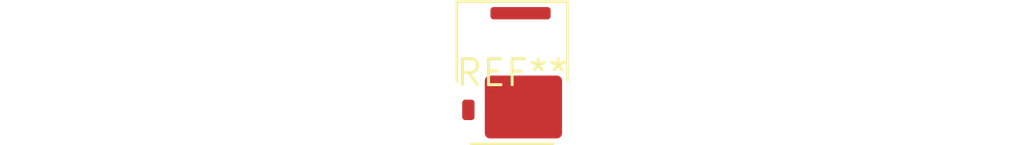
<source format=kicad_pcb>
(kicad_pcb (version 20240108) (generator pcbnew)
  (layers (0 "F.Cu" signal) (31 "B.Cu" signal) (34 "B.Paste" user) (35 "F.Paste" user) (36 "B.SilkS" user "B.Silkscreen") (37 "F.SilkS" user "F.Silkscreen") (38 "B.Mask" user) (39 "F.Mask" user) (44 "Edge.Cuts" user))
  (net 0 "")
  (footprint "GaN_Systems_GaNPX-3_5x6.6mm_Drain2.93x0.6mm" (layer "F.Cu") (at 0 0)
    (property "Reference" "REF**")
    (property "Value" "GaN_Systems_GaNPX-3_5x6.6mm_Drain2.93x0.6mm")
    (fp_line (start -2.69 -3.47) (end -2.69 0.4325) (layer "F.SilkS") (stroke (width 0.12)))
    (fp_line (start -2 3.47) (end 2 3.47) (layer "F.SilkS") (stroke (width 0.12)))
    (fp_line (start 2.69 -3.47) (end -2.69 -3.47) (layer "F.SilkS") (stroke (width 0.12)))
    (fp_line (start 2.69 0.375) (end 2.69 -3.47) (layer "F.SilkS") (stroke (width 0.12)))
    (pad "1" smd roundrect (at 0.41 -2.91) (size 2.93 0.6) (layers "F.Cu" "F.Paste" "F.Mask"))
    (pad "2" smd roundrect (at -2.13 1.81) (size 0.6 1) (layers "F.Cu" "F.Paste" "F.Mask"))
    (pad "3" smd roundrect (at 0.55 1.67) (size 3.76 3.07) (layers "F.Cu" "F.Mask") (roundrect_rratio 0.08143322476))
  )
)
</source>
